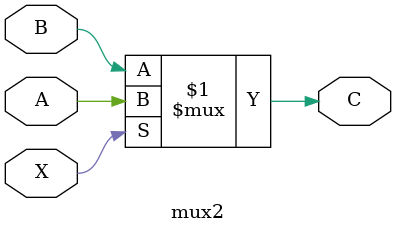
<source format=v>
module mux2 (
    input A,
    input B,
    input X,
    output C
);

assign C = X ? A : B;

endmodule
</source>
